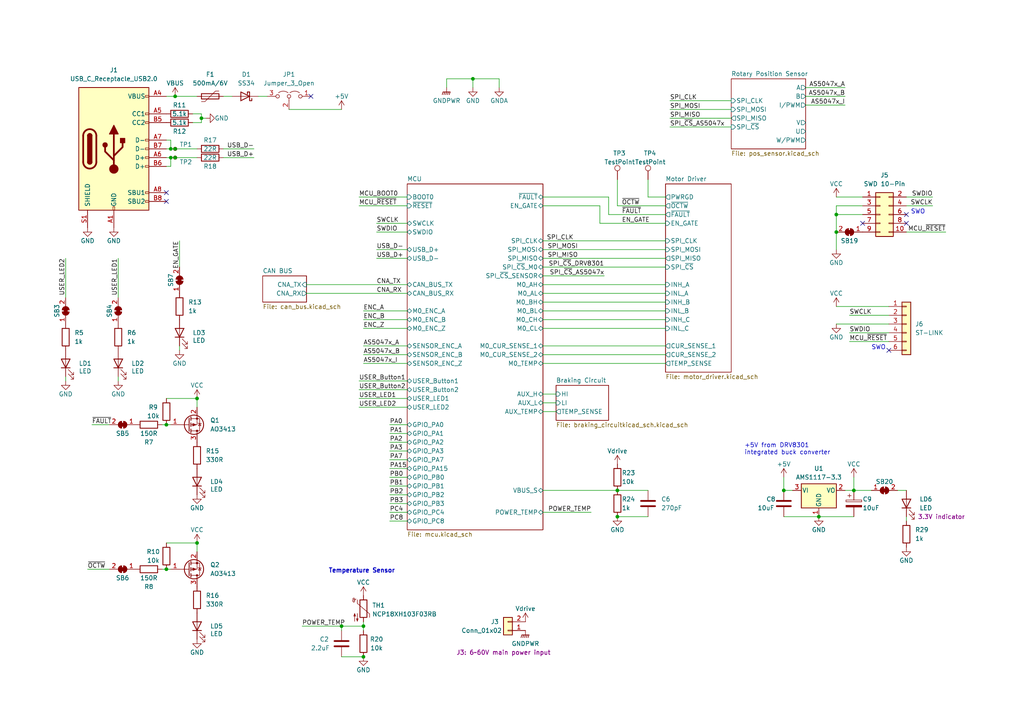
<source format=kicad_sch>
(kicad_sch (version 20211123) (generator eeschema)
  (paper "A4")
  (junction (at 153.67 269.24))
  (junction (at 237.49 149.86))
  (junction (at 82.55 269.24))
  (junction (at 179.07 142.24))
  (junction (at 209.55 240.03))
  (junction (at 50.8 43.18))
  (junction (at 120.65 269.24))
  (junction (at 90.17 269.24))
  (junction (at 139.7 220.98))
  (junction (at 201.93 226.06))
  (junction (at 113.03 269.24))
  (junction (at 227.33 142.24))
  (junction (at 50.8 45.72))
  (junction (at 242.57 62.23))
  (junction (at 99.06 269.24))
  (junction (at -63.5 179.07))
  (junction (at -11.43 176.53))
  (junction (at 58.42 34.29))
  (junction (at 184.15 269.24))
  (junction (at 129.54 269.24))
  (junction (at -38.1 179.07))
  (junction (at 48.26 123.19))
  (junction (at 99.06 181.61))
  (junction (at 162.56 269.24))
  (junction (at 67.31 269.24))
  (junction (at 193.04 269.24))
  (junction (at -104.14 179.07))
  (junction (at 49.53 45.72))
  (junction (at 48.26 165.1))
  (junction (at 50.8 269.24))
  (junction (at 57.15 115.57))
  (junction (at 146.05 269.24))
  (junction (at 105.41 181.61))
  (junction (at 179.07 149.86))
  (junction (at 58.42 269.24))
  (junction (at 242.57 67.31))
  (junction (at 176.53 269.24))
  (junction (at 105.41 190.5))
  (junction (at 194.31 234.95))
  (junction (at 50.8 27.94))
  (junction (at 201.93 237.49))
  (junction (at 57.15 157.48))
  (junction (at 137.16 22.86))
  (junction (at 247.65 142.24))
  (junction (at 49.53 43.18))
  (no_connect (at 48.26 58.42))
  (no_connect (at 48.26 55.88))
  (no_connect (at 262.89 64.77))
  (no_connect (at 262.89 62.23))
  (no_connect (at 90.17 27.94))
  (no_connect (at 250.19 64.77))
  (no_connect (at 257.81 101.6))
  (wire (pts (xy 58.42 35.56) (xy 58.42 34.29)))
  (wire (pts (xy 50.8 45.72) (xy 57.15 45.72)))
  (wire (pts (xy 52.07 69.85) (xy 52.07 77.47)))
  (wire (pts (xy 144.78 22.86) (xy 144.78 25.4)))
  (wire (pts (xy 113.03 265.43) (xy 113.03 269.24)))
  (wire (pts (xy 227.33 138.43) (xy 227.33 142.24)))
  (wire (pts (xy 157.48 69.85) (xy 193.04 69.85)))
  (wire (pts (xy 105.41 95.25) (xy 118.11 95.25)))
  (wire (pts (xy 113.03 133.35) (xy 118.11 133.35)))
  (wire (pts (xy 110.49 228.6) (xy 127 228.6)))
  (wire (pts (xy 90.17 269.24) (xy 99.06 269.24)))
  (wire (pts (xy 185.42 237.49) (xy 201.93 237.49)))
  (wire (pts (xy 248.92 266.7) (xy 264.16 266.7)))
  (wire (pts (xy 110.49 231.14) (xy 127 231.14)))
  (wire (pts (xy 58.42 33.02) (xy 55.88 33.02)))
  (wire (pts (xy 250.19 288.29) (xy 260.35 288.29)))
  (wire (pts (xy 88.9 85.09) (xy 118.11 85.09)))
  (wire (pts (xy 237.49 149.86) (xy 247.65 149.86)))
  (wire (pts (xy 157.48 92.71) (xy 193.04 92.71)))
  (wire (pts (xy 99.06 190.5) (xy 105.41 190.5)))
  (wire (pts (xy 157.48 95.25) (xy 193.04 95.25)))
  (wire (pts (xy 49.53 43.18) (xy 50.8 43.18)))
  (wire (pts (xy 113.03 146.05) (xy 118.11 146.05)))
  (wire (pts (xy 209.55 240.03) (xy 219.71 240.03)))
  (wire (pts (xy 157.48 116.84) (xy 161.29 116.84)))
  (wire (pts (xy 48.26 45.72) (xy 49.53 45.72)))
  (wire (pts (xy 194.31 226.06) (xy 201.93 226.06)))
  (wire (pts (xy 177.8 269.24) (xy 176.53 269.24)))
  (wire (pts (xy 179.07 149.86) (xy 187.96 149.86)))
  (wire (pts (xy 59.69 34.29) (xy 58.42 34.29)))
  (wire (pts (xy 104.14 118.11) (xy 118.11 118.11)))
  (wire (pts (xy 113.03 130.81) (xy 118.11 130.81)))
  (wire (pts (xy 139.7 231.14) (xy 158.75 231.14)))
  (wire (pts (xy 119.38 269.24) (xy 120.65 269.24)))
  (wire (pts (xy 57.15 157.48) (xy 48.26 157.48)))
  (wire (pts (xy 152.4 269.24) (xy 153.67 269.24)))
  (wire (pts (xy -87.63 179.07) (xy -74.93 179.07)))
  (wire (pts (xy 48.26 165.1) (xy 49.53 165.1)))
  (wire (pts (xy 184.15 265.43) (xy 184.15 269.24)))
  (wire (pts (xy 104.14 57.15) (xy 118.11 57.15)))
  (wire (pts (xy 233.68 30.48) (xy 245.11 30.48)))
  (wire (pts (xy 104.14 110.49) (xy 118.11 110.49)))
  (wire (pts (xy 227.33 149.86) (xy 237.49 149.86)))
  (wire (pts (xy 113.03 128.27) (xy 118.11 128.27)))
  (wire (pts (xy 120.65 265.43) (xy 120.65 269.24)))
  (wire (pts (xy -50.8 179.07) (xy -38.1 179.07)))
  (wire (pts (xy 48.26 48.26) (xy 49.53 48.26)))
  (wire (pts (xy 34.29 74.93) (xy 34.29 86.36)))
  (wire (pts (xy 50.8 27.94) (xy 57.15 27.94)))
  (wire (pts (xy 157.48 72.39) (xy 193.04 72.39)))
  (wire (pts (xy 170.18 269.24) (xy 176.53 269.24)))
  (wire (pts (xy 82.55 265.43) (xy 82.55 269.24)))
  (wire (pts (xy 201.93 226.06) (xy 209.55 226.06)))
  (wire (pts (xy 179.07 59.69) (xy 179.07 52.07)))
  (wire (pts (xy 146.05 265.43) (xy 146.05 269.24)))
  (wire (pts (xy 26.67 123.19) (xy 31.75 123.19)))
  (wire (pts (xy 246.38 96.52) (xy 257.81 96.52)))
  (wire (pts (xy 246.38 91.44) (xy 257.81 91.44)))
  (wire (pts (xy 242.57 57.15) (xy 250.19 57.15)))
  (wire (pts (xy 247.65 138.43) (xy 247.65 142.24)))
  (wire (pts (xy 48.26 40.64) (xy 49.53 40.64)))
  (wire (pts (xy 157.48 90.17) (xy 193.04 90.17)))
  (wire (pts (xy 153.67 269.24) (xy 162.56 269.24)))
  (wire (pts (xy 157.48 148.59) (xy 171.45 148.59)))
  (wire (pts (xy 73.66 43.18) (xy 64.77 43.18)))
  (wire (pts (xy 157.48 100.33) (xy 193.04 100.33)))
  (wire (pts (xy 233.68 27.94) (xy 245.11 27.94)))
  (wire (pts (xy 157.48 119.38) (xy 161.29 119.38)))
  (wire (pts (xy 245.11 142.24) (xy 247.65 142.24)))
  (wire (pts (xy 182.88 269.24) (xy 184.15 269.24)))
  (wire (pts (xy 157.48 57.15) (xy 176.53 57.15)))
  (wire (pts (xy 247.65 241.3) (xy 264.16 241.3)))
  (wire (pts (xy 176.53 265.43) (xy 176.53 269.24)))
  (wire (pts (xy 129.54 269.24) (xy 133.35 269.24)))
  (wire (pts (xy 105.41 181.61) (xy 105.41 182.88)))
  (wire (pts (xy 57.15 115.57) (xy 57.15 118.11)))
  (wire (pts (xy 184.15 269.24) (xy 193.04 269.24)))
  (wire (pts (xy 44.45 269.24) (xy 50.8 269.24)))
  (wire (pts (xy 242.57 72.39) (xy 242.57 67.31)))
  (wire (pts (xy 260.35 142.24) (xy 262.89 142.24)))
  (wire (pts (xy 194.31 34.29) (xy 212.09 34.29)))
  (wire (pts (xy 242.57 62.23) (xy 250.19 62.23)))
  (wire (pts (xy 50.8 27.94) (xy 48.26 27.94)))
  (wire (pts (xy 113.03 138.43) (xy 118.11 138.43)))
  (wire (pts (xy -106.68 179.07) (xy -104.14 179.07)))
  (wire (pts (xy 113.03 143.51) (xy 118.11 143.51)))
  (wire (pts (xy 104.14 115.57) (xy 118.11 115.57)))
  (wire (pts (xy 99.06 31.75) (xy 83.82 31.75)))
  (wire (pts (xy 88.9 269.24) (xy 90.17 269.24)))
  (wire (pts (xy 242.57 62.23) (xy 242.57 59.69)))
  (wire (pts (xy 25.4 165.1) (xy 31.75 165.1)))
  (wire (pts (xy 46.99 123.19) (xy 48.26 123.19)))
  (wire (pts (xy 157.48 82.55) (xy 193.04 82.55)))
  (wire (pts (xy 99.06 181.61) (xy 105.41 181.61)))
  (wire (pts (xy 209.55 233.68) (xy 209.55 240.03)))
  (wire (pts (xy 233.68 25.4) (xy 245.11 25.4)))
  (wire (pts (xy 139.7 236.22) (xy 158.75 236.22)))
  (wire (pts (xy 185.42 234.95) (xy 194.31 234.95)))
  (wire (pts (xy 55.88 35.56) (xy 58.42 35.56)))
  (wire (pts (xy 264.16 238.76) (xy 247.65 238.76)))
  (wire (pts (xy 67.31 269.24) (xy 71.12 269.24)))
  (wire (pts (xy 34.29 109.22) (xy 34.29 110.49)))
  (wire (pts (xy 49.53 40.64) (xy 49.53 43.18)))
  (wire (pts (xy 129.54 22.86) (xy 137.16 22.86)))
  (wire (pts (xy 194.31 31.75) (xy 212.09 31.75)))
  (wire (pts (xy 57.15 115.57) (xy 48.26 115.57)))
  (wire (pts (xy 157.48 102.87) (xy 193.04 102.87)))
  (wire (pts (xy 99.06 269.24) (xy 102.87 269.24)))
  (wire (pts (xy 48.26 123.19) (xy 49.53 123.19)))
  (wire (pts (xy -67.31 179.07) (xy -63.5 179.07)))
  (wire (pts (xy 157.48 87.63) (xy 193.04 87.63)))
  (wire (pts (xy 187.96 57.15) (xy 187.96 52.07)))
  (wire (pts (xy 19.05 109.22) (xy 19.05 110.49)))
  (wire (pts (xy 113.03 125.73) (xy 118.11 125.73)))
  (wire (pts (xy 105.41 105.41) (xy 118.11 105.41)))
  (wire (pts (xy 58.42 265.43) (xy 58.42 269.24)))
  (wire (pts (xy 264.16 233.68) (xy 247.65 233.68)))
  (wire (pts (xy 137.16 22.86) (xy 137.16 25.4)))
  (wire (pts (xy 129.54 22.86) (xy 129.54 25.4)))
  (wire (pts (xy 120.65 269.24) (xy 129.54 269.24)))
  (wire (pts (xy -25.4 176.53) (xy -11.43 176.53)))
  (wire (pts (xy 194.31 29.21) (xy 212.09 29.21)))
  (wire (pts (xy 157.48 114.3) (xy 161.29 114.3)))
  (wire (pts (xy 105.41 102.87) (xy 118.11 102.87)))
  (wire (pts (xy 262.89 149.86) (xy 262.89 151.13)))
  (wire (pts (xy 176.53 57.15) (xy 176.53 62.23)))
  (wire (pts (xy 58.42 34.29) (xy 58.42 33.02)))
  (wire (pts (xy 194.31 234.95) (xy 219.71 234.95)))
  (wire (pts (xy 242.57 59.69) (xy 250.19 59.69)))
  (wire (pts (xy 264.16 227.33) (xy 264.16 231.14)))
  (wire (pts (xy 110.49 241.3) (xy 127 241.3)))
  (wire (pts (xy 270.51 59.69) (xy 262.89 59.69)))
  (wire (pts (xy 110.49 223.52) (xy 127 223.52)))
  (wire (pts (xy 194.31 233.68) (xy 194.31 234.95)))
  (wire (pts (xy 250.19 290.83) (xy 260.35 290.83)))
  (wire (pts (xy 176.53 62.23) (xy 193.04 62.23)))
  (wire (pts (xy 157.48 105.41) (xy 193.04 105.41)))
  (wire (pts (xy 157.48 59.69) (xy 173.99 59.69)))
  (wire (pts (xy 248.92 264.16) (xy 264.16 264.16)))
  (wire (pts (xy 50.8 265.43) (xy 50.8 269.24)))
  (wire (pts (xy 274.32 67.31) (xy 262.89 67.31)))
  (wire (pts (xy 99.06 181.61) (xy 99.06 182.88)))
  (wire (pts (xy 247.65 142.24) (xy 252.73 142.24)))
  (wire (pts (xy 185.42 240.03) (xy 209.55 240.03)))
  (wire (pts (xy 193.04 269.24) (xy 196.85 269.24)))
  (wire (pts (xy 113.03 151.13) (xy 118.11 151.13)))
  (wire (pts (xy 114.3 269.24) (xy 113.03 269.24)))
  (wire (pts (xy 77.47 27.94) (xy 74.93 27.94)))
  (wire (pts (xy 139.7 220.98) (xy 139.7 223.52)))
  (wire (pts (xy 270.51 57.15) (xy 262.89 57.15)))
  (wire (pts (xy 248.92 259.08) (xy 264.16 259.08)))
  (wire (pts (xy 157.48 142.24) (xy 179.07 142.24)))
  (wire (pts (xy 113.03 135.89) (xy 118.11 135.89)))
  (wire (pts (xy 113.03 123.19) (xy 118.11 123.19)))
  (wire (pts (xy 57.15 269.24) (xy 58.42 269.24)))
  (wire (pts (xy 19.05 74.93) (xy 19.05 86.36)))
  (wire (pts (xy 105.41 92.71) (xy 118.11 92.71)))
  (wire (pts (xy 194.31 36.83) (xy 212.09 36.83)))
  (wire (pts (xy 106.68 269.24) (xy 113.03 269.24)))
  (wire (pts (xy 157.48 77.47) (xy 193.04 77.47)))
  (wire (pts (xy 201.93 233.68) (xy 201.93 237.49)))
  (wire (pts (xy 109.22 64.77) (xy 118.11 64.77)))
  (wire (pts (xy 109.22 74.93) (xy 118.11 74.93)))
  (wire (pts (xy 242.57 88.9) (xy 257.81 88.9)))
  (wire (pts (xy 157.48 74.93) (xy 193.04 74.93)))
  (wire (pts (xy 49.53 45.72) (xy 50.8 45.72)))
  (wire (pts (xy 139.7 241.3) (xy 158.75 241.3)))
  (wire (pts (xy 90.17 265.43) (xy 90.17 269.24)))
  (wire (pts (xy 110.49 236.22) (xy 127 236.22)))
  (wire (pts (xy 187.96 57.15) (xy 193.04 57.15)))
  (wire (pts (xy 104.14 113.03) (xy 118.11 113.03)))
  (wire (pts (xy 153.67 265.43) (xy 153.67 269.24)))
  (wire (pts (xy 46.99 165.1) (xy 48.26 165.1)))
  (wire (pts (xy 227.33 142.24) (xy 229.87 142.24)))
  (wire (pts (xy 49.53 45.72) (xy 49.53 48.26)))
  (wire (pts (xy 110.49 233.68) (xy 127 233.68)))
  (wire (pts (xy 242.57 93.98) (xy 257.81 93.98)))
  (wire (pts (xy 139.7 269.24) (xy 146.05 269.24)))
  (wire (pts (xy 88.9 82.55) (xy 118.11 82.55)))
  (wire (pts (xy 76.2 269.24) (xy 82.55 269.24)))
  (wire (pts (xy 105.41 181.61) (xy 105.41 180.34)))
  (wire (pts (xy 109.22 72.39) (xy 118.11 72.39)))
  (wire (pts (xy 201.93 237.49) (xy 219.71 237.49)))
  (wire (pts (xy 201.93 224.79) (xy 201.93 226.06)))
  (wire (pts (xy 157.48 85.09) (xy 193.04 85.09)))
  (wire (pts (xy 73.66 45.72) (xy 64.77 45.72)))
  (wire (pts (xy 246.38 99.06) (xy 257.81 99.06)))
  (wire (pts (xy 162.56 269.24) (xy 166.37 269.24)))
  (wire (pts (xy 113.03 148.59) (xy 118.11 148.59)))
  (wire (pts (xy 248.92 269.24) (xy 264.16 269.24)))
  (wire (pts (xy 139.7 233.68) (xy 158.75 233.68)))
  (wire (pts (xy 113.03 140.97) (xy 118.11 140.97)))
  (wire (pts (xy 57.15 157.48) (xy 57.15 160.02)))
  (wire (pts (xy 52.07 100.33) (xy 52.07 101.6)))
  (wire (pts (xy 50.8 43.18) (xy 57.15 43.18)))
  (wire (pts (xy 104.14 59.69) (xy 118.11 59.69)))
  (wire (pts (xy 105.41 90.17) (xy 118.11 90.17)))
  (wire (pts (xy 179.07 59.69) (xy 193.04 59.69)))
  (wire (pts (xy 58.42 269.24) (xy 67.31 269.24)))
  (wire (pts (xy 139.7 238.76) (xy 158.75 238.76)))
  (wire (pts (xy 157.48 80.01) (xy 175.26 80.01)))
  (wire (pts (xy 137.16 22.86) (xy 144.78 22.86)))
  (wire (pts (xy 64.77 27.94) (xy 67.31 27.94)))
  (wire (pts (xy 139.7 228.6) (xy 158.75 228.6)))
  (wire (pts (xy 264.16 236.22) (xy 247.65 236.22)))
  (wire (pts (xy 173.99 59.69) (xy 173.99 64.77)))
  (wire (pts (xy 242.57 67.31) (xy 242.57 62.23)))
  (wire (pts (xy 105.41 100.33) (xy 118.11 100.33)))
  (wire (pts (xy 173.99 64.77) (xy 193.04 64.77)))
  (wire (pts (xy -129.54 179.07) (xy -114.3 179.07)))
  (wire (pts (xy 219.71 228.6) (xy 219.71 232.41)))
  (wire (pts (xy 179.07 142.24) (xy 187.96 142.24)))
  (wire (pts (xy 48.26 43.18) (xy 49.53 43.18)))
  (wire (pts (xy 109.22 67.31) (xy 118.11 67.31)))
  (wire (pts (xy 87.63 181.61) (xy 99.06 181.61)))
  (wire (pts (xy 147.32 269.24) (xy 146.05 269.24)))
  (wire (pts (xy 110.49 238.76) (xy 127 238.76)))
  (wire (pts (xy 83.82 269.24) (xy 82.55 269.24)))
  (wire (pts (xy 248.92 261.62) (xy 264.16 261.62)))
  (wire (pts (xy 52.07 269.24) (xy 50.8 269.24)))
  (text "Temperature Sensor" (at 95.25 166.37 0) (effects (font (size 1.27 1.27) (thickness 0.254) bold) (justify left bottom)))
  (text "SWO" (at 264.16 62.23 0) (effects (font (size 1.27 1.27)) (justify left bottom)))
  (text "SWO" (at 252.73 101.6 0) (effects (font (size 1.27 1.27)) (justify left bottom)))
  (text "+5V from DRV8301\nintegrated buck converter" (at 215.9 132.08 0) (effects (font (size 1.27 1.27)) (justify left bottom)))
  (label "SPI_~{CS}_AS5047x" (at 247.65 241.3 0))
  (label "MCU_~{RESET}" (at 246.38 99.06 0))
  (label "SWCLK" (at 246.38 91.44 0))
  (label "EN_GATE" (at 180.34 64.77 0))
  (label "MCU_~{RESET}" (at 104.14 59.69 0))
  (label "PA1_CONN" (at 102.87 269.24 180))
  (label "PA7" (at 113.03 133.35 0))
  (label "PC4" (at 113.03 148.59 0))
  (label "PB2" (at 139.7 269.24 0))
  (label "SPI_CLK" (at 166.37 69.85 180))
  (label "SWDIO" (at 109.22 67.31 0))
  (label "AS5047x_B" (at 248.92 261.62 0))
  (label "PA1_CONN" (at 250.19 288.29 0))
  (label "SWCLK" (at 270.51 59.69 180))
  (label "PA0" (at 44.45 269.24 0))
  (label "USB_D+" (at 73.66 45.72 180))
  (label "USER_Button1" (at 248.92 266.7 0))
  (label "~{FAULT}" (at 180.34 62.23 0))
  (label "ENC_Z" (at 105.41 95.25 0))
  (label "PA2" (at 110.49 231.14 0))
  (label "MCU_BOOT0" (at 104.14 57.15 0))
  (label "SPI_MOSI" (at 167.64 72.39 180))
  (label "SWDIO" (at 246.38 96.52 0))
  (label "AS5047x_A" (at 248.92 259.08 0))
  (label "USER_Button2" (at 104.14 113.03 0))
  (label "PB3_CONN" (at 158.75 238.76 180))
  (label "PB3_CONN" (at 196.85 269.24 180))
  (label "ENC_B" (at 105.41 92.71 0))
  (label "ENC_B" (at 185.42 237.49 0))
  (label "PB2" (at 113.03 143.51 0))
  (label "PA15" (at 113.03 135.89 0))
  (label "USER_LED1" (at 34.29 74.93 270))
  (label "~{FAULT}" (at 26.67 123.19 0))
  (label "PB1" (at 158.75 236.22 180))
  (label "ENC_A" (at 105.41 90.17 0))
  (label "AS5047x_A" (at 245.11 25.4 180))
  (label "USB_D-" (at 73.66 43.18 180))
  (label "PB2_CONN" (at 166.37 269.24 180))
  (label "CNA_TX" (at 109.22 82.55 0))
  (label "CNA_RX" (at 109.22 85.09 0))
  (label "PA15_CONN" (at 158.75 233.68 180))
  (label "PC8" (at 158.75 241.3 180))
  (label "POWER_TEMP" (at 87.63 181.61 0))
  (label "USER_Button2" (at -129.54 179.07 0))
  (label "AS5047x_B" (at 245.11 27.94 180))
  (label "PC4" (at 110.49 241.3 0))
  (label "SPI_MOSI" (at 194.31 31.75 0))
  (label "SWDIO" (at 270.51 57.15 180))
  (label "PA0_CONN" (at 71.12 269.24 180))
  (label "AS5047x_A" (at 105.41 100.33 0))
  (label "PA2" (at 113.03 128.27 0))
  (label "PB0" (at 113.03 138.43 0))
  (label "SPI_CLK" (at 247.65 233.68 0))
  (label "PA0_CONN" (at 250.19 290.83 0))
  (label "SPI_~{CS}_AS5047x" (at 175.26 80.01 180))
  (label "USER_LED2" (at 104.14 118.11 0))
  (label "PB2_CONN" (at 110.49 238.76 0))
  (label "PA1" (at 76.2 269.24 0))
  (label "AS5047x_B" (at 105.41 102.87 0))
  (label "PB1" (at 113.03 140.97 0))
  (label "USER_Button1" (at 104.14 110.49 0))
  (label "SPI_MISO" (at 167.64 74.93 180))
  (label "MCU_~{RESET}" (at -25.4 176.53 0))
  (label "SWCLK" (at 109.22 64.77 0))
  (label "PA15" (at 106.68 269.24 0))
  (label "PA1_CONN" (at 158.75 228.6 180))
  (label "AS5047x_I" (at 248.92 264.16 0))
  (label "PA15_CONN" (at 133.35 269.24 180))
  (label "ENC_Z" (at 185.42 240.03 0))
  (label "EN_GATE" (at 52.07 69.85 270))
  (label "PA1" (at 113.03 125.73 0))
  (label "POWER_TEMP" (at 171.45 148.59 180))
  (label "PB3" (at 113.03 146.05 0))
  (label "PA7" (at 110.49 233.68 0))
  (label "~{OCTW}" (at 25.4 165.1 0))
  (label "~{OCTW}" (at 180.34 59.69 0))
  (label "USB_D-" (at 109.22 72.39 0))
  (label "SPI_~{CS}_AS5047x" (at 194.31 36.83 0))
  (label "PC8" (at 113.03 151.13 0))
  (label "MCU_~{RESET}" (at 110.49 223.52 0))
  (label "PA3" (at 158.75 231.14 180))
  (label "SPI_MISO" (at 194.31 34.29 0))
  (label "PB3" (at 170.18 269.24 0))
  (label "ENC_A" (at 185.42 234.95 0))
  (label "PA3" (at 113.03 130.81 0))
  (label "MCU_~{RESET}" (at 274.32 67.31 180))
  (label "PA0_CONN" (at 110.49 228.6 0))
  (label "USER_Button2" (at 248.92 269.24 0))
  (label "SPI_~{CS}_DRV8301" (at 175.26 77.47 180))
  (label "SPI_MOSI" (at 247.65 236.22 0))
  (label "USB_D+" (at 109.22 74.93 0))
  (label "PA0" (at 113.03 123.19 0))
  (label "SPI_CLK" (at 194.31 29.21 0))
  (label "MCU_BOOT0" (at -50.8 179.07 0))
  (label "USER_LED1" (at 104.14 115.57 0))
  (label "PB0" (at 110.49 236.22 0))
  (label "AS5047x_I" (at 105.41 105.41 0))
  (label "USER_LED2" (at 19.05 74.93 270))
  (label "USER_Button1" (at -87.63 179.07 0))
  (label "AS5047x_I" (at 245.11 30.48 180))
  (label "SPI_MISO" (at 247.65 238.76 0))
  (symbol (lib_id "power:GNDPWR") (at 129.54 25.4 0) (unit 1)
    (property "Reference" "#PWR028" (effects hide))
    (property "Value" "GNDPWR" (at 129.54 29.21 0))
  )
  (symbol (lib_id "Device:R") (at 57.15 132.08 0) (unit 1)
    (property "Reference" "R15" (at 59.69 130.81 0) (effects (justify left)))
    (property "Value" "330R" (at 59.69 133.35 0) (effects (justify left)))
    (property "Footprint" "Resistor_SMD:R_0402_1005Metric" (effects hide))
  )
  (symbol (lib_id "power:GND") (at 129.54 281.94 0) (unit 1)
    (property "Reference" "#PWR029" (effects hide))
    (property "Value" "GND" (at 129.54 285.75 0))
  )
  (symbol (lib_id "Device:R") (at 201.93 229.87 0) (unit 1)
    (property "Reference" "R27" (at 203.2 228.6 0) (effects (justify left)))
    (property "Value" "3.3k" (at 203.2 231.14 0) (effects (justify left)))
    (property "Footprint" "Resistor_SMD:R_0402_1005Metric" (effects hide))
    (property "JLCPCB Part #" "C25890" (effects hide))
    (property "MFR.Part #" "0402WGF3301TCE" (effects hide))
  )
  (symbol (lib_id "Device:R_Small") (at 180.34 269.24 270) (unit 1)
    (property "Reference" "R25" (at 180.34 274.32 90))
    (property "Value" "3.3k" (at 180.34 271.78 90))
    (property "Footprint" "Resistor_SMD:R_0402_1005Metric" (effects hide))
    (property "JLCPCB Part #" "C25890" (effects hide))
    (property "MFR.Part #" "0402WGF3301TCE" (effects hide))
  )
  (symbol (lib_id "power:GND") (at 179.07 149.86 0) (unit 1)
    (property "Reference" "#PWR039" (effects hide))
    (property "Value" "GND" (at 179.07 153.67 0))
  )
  (symbol (lib_id "power:GND") (at -11.43 186.69 0) (unit 1)
    (property "Reference" "#PWR08" (effects hide))
    (property "Value" "GND" (at -11.43 190.5 0))
  )
  (symbol (lib_id "power:VCC") (at 273.05 288.29 0) (unit 1)
    (property "Reference" "#PWR057" (effects hide))
    (property "Value" "VCC" (at 273.05 284.48 0))
  )
  (symbol (lib_id "Jumper:SolderJumper_2_Bridged") (at 99.06 273.05 90) (unit 1) (in_bom no)
    (property "Reference" "SB11" (at 96.52 273.05 0))
    (property "Value" "SolderJumper_2_Bridged" (effects hide))
    (property "Footprint" "Jumper:SolderJumper-2_P1.3mm_Bridged_RoundedPad1.0x1.5mm" (effects hide))
  )
  (symbol (lib_id "power:VCC") (at -38.1 168.91 0) (unit 1)
    (property "Reference" "#PWR05" (effects hide))
    (property "Value" "VCC" (at -38.1 165.1 0))
  )
  (symbol (lib_id "Device:LED") (at 262.89 146.05 90) (unit 1)
    (property "Reference" "LD6" (at 266.7 144.78 90) (effects (justify right)))
    (property "Value" "LED" (at 266.7 147.32 90) (effects (justify right)))
    (property "Footprint" "LED_SMD:LED_0603_1608Metric" (effects hide))
    (property "Note" "3.3V indicator" (at 273.05 149.86 90))
  )
  (symbol (lib_id "Device:R") (at 209.55 229.87 0) (unit 1)
    (property "Reference" "R28" (at 210.82 228.6 0) (effects (justify left)))
    (property "Value" "3.3k" (at 210.82 231.14 0) (effects (justify left)))
    (property "Footprint" "Resistor_SMD:R_0402_1005Metric" (effects hide))
    (property "JLCPCB Part #" "C25890" (effects hide))
    (property "MFR.Part #" "0402WGF3301TCE" (effects hide))
  )
  (symbol (lib_id "power:VCC") (at -104.14 168.91 0) (unit 1)
    (property "Reference" "#PWR01" (effects hide))
    (property "Value" "VCC" (at -104.14 165.1 0))
  )
  (symbol (lib_id "Device:R") (at 52.07 33.02 90) (unit 1)
    (property "Reference" "R11" (at 52.07 30.48 90))
    (property "Value" "5.1k" (at 52.07 33.02 90))
    (property "Footprint" "Resistor_SMD:R_0402_1005Metric" (effects hide))
    (property "JLCPCB Part #" "C25905" (effects hide))
    (property "MFR.Part #" "0402WGF5101TCE" (effects hide))
  )
  (symbol (lib_id "Device:R") (at 262.89 154.94 0) (unit 1)
    (property "Reference" "R29" (at 265.43 153.6699 0) (effects (justify left)))
    (property "Value" "1k" (at 265.43 156.2099 0) (effects (justify left)))
    (property "Footprint" "Resistor_SMD:R_0402_1005Metric" (effects hide))
    (property "JLCPCB Part #" "C11702" (effects hide))
    (property "MFR.Part #" "0402WGF1001TCE" (effects hide))
  )
  (symbol (lib_id "power:VCC") (at 201.93 224.79 0) (unit 1)
    (property "Reference" "#PWR041" (effects hide))
    (property "Value" "VCC" (at 201.93 220.98 0))
  )
  (symbol (lib_id "Switch:SW_Push") (at -11.43 181.61 90) (unit 1)
    (property "Reference" "SW4" (at -10.16 180.3399 90) (effects (justify right)))
    (property "Value" "SW_Push" (at -10.16 182.8799 90) (effects (justify right)))
    (property "Footprint" "Button_Switch_SMD:SW_SPST_CK_RS282G05A3" (effects hide))
  )
  (symbol (lib_id "Switch:SW_Push") (at -63.5 173.99 90) (unit 1)
    (property "Reference" "SW2" (at -62.23 172.7199 90) (effects (justify right)))
    (property "Value" "SW_Push" (at -62.23 175.2599 90) (effects (justify right)))
    (property "Footprint" "Button_Switch_SMD:SW_SPST_CK_RS282G05A3" (effects hide))
  )
  (symbol (lib_id "Jumper:SolderJumper_2_Bridged") (at 19.05 90.17 90) (unit 1) (in_bom no)
    (property "Reference" "SB3" (at 16.51 90.17 0))
    (property "Value" "SolderJumper_2_Bridged" (effects hide))
    (property "Footprint" "Jumper:SolderJumper-2_P1.3mm_Bridged_RoundedPad1.0x1.5mm" (effects hide))
  )
  (symbol (lib_id "Switch:SW_Push") (at -38.1 173.99 90) (unit 1)
    (property "Reference" "SW3" (at -36.83 172.7199 90) (effects (justify right)))
    (property "Value" "SW_Push" (at -36.83 175.2599 90) (effects (justify right)))
    (property "Footprint" "Button_Switch_SMD:SW_SPST_CK_RS282G05A3" (effects hide))
  )
  (symbol (lib_id "Jumper:SolderJumper_2_Bridged") (at 129.54 273.05 90) (unit 1) (in_bom no)
    (property "Reference" "SB13" (at 127 273.05 0))
    (property "Value" "SolderJumper_2_Bridged" (effects hide))
    (property "Footprint" "Jumper:SolderJumper-2_P1.3mm_Bridged_RoundedPad1.0x1.5mm" (effects hide))
  )
  (symbol (lib_id "Device:R") (at 52.07 35.56 90) (unit 1)
    (property "Reference" "R12" (at 52.07 38.1 90))
    (property "Value" "5.1k" (at 52.07 35.56 90))
    (property "Footprint" "Resistor_SMD:R_0402_1005Metric" (effects hide))
    (property "JLCPCB Part #" "C25905" (effects hide))
    (property "MFR.Part #" "0402WGF5101TCE" (effects hide))
  )
  (symbol (lib_id "Device:R") (at 52.07 88.9 0) (unit 1)
    (property "Reference" "R13" (at 54.61 87.63 0) (effects (justify left)))
    (property "Value" "1k" (at 54.61 90.17 0) (effects (justify left)))
    (property "Footprint" "Resistor_SMD:R_0402_1005Metric" (effects hide))
    (property "JLCPCB Part #" "C11702" (effects hide))
    (property "MFR.Part #" "0402WGF1001TCE" (effects hide))
  )
  (symbol (lib_id "Diode:MBR340") (at 71.12 27.94 180) (unit 1)
    (property "Reference" "D1" (at 71.4375 21.59 0))
    (property "Value" "SS34" (at 71.4375 24.13 0))
    (property "Footprint" "Diode_SMD:D_SMA" (effects hide))
    (property "JLCPCB Part #" "C8678" (effects hide))
    (property "MFR.Part #" "SS34" (effects hide))
  )
  (symbol (lib_id "power:GND") (at 99.06 281.94 0) (unit 1)
    (property "Reference" "#PWR022" (effects hide))
    (property "Value" "GND" (at 99.06 285.75 0))
  )
  (symbol (lib_id "Device:R") (at 48.26 119.38 180) (unit 1)
    (property "Reference" "R9" (at 44.45 118.11 0))
    (property "Value" "10k" (at 44.45 120.65 0))
    (property "Footprint" "Resistor_SMD:R_0402_1005Metric" (effects hide))
    (property "JLCPCB Part #" "C25744" (effects hide))
    (property "MFR.Part #" "0402WGF1002TCE" (effects hide))
  )
  (symbol (lib_id "Connector_Generic:Conn_02x02_Odd_Even") (at 265.43 288.29 0) (unit 1)
    (property "Reference" "J7" (at 266.7 285.75 0))
    (property "Value" "Conn_02x02_Odd_Even" (effects hide))
    (property "Footprint" "Connector_PinHeader_2.54mm:PinHeader_2x02_P2.54mm_Horizontal" (effects hide))
  )
  (symbol (lib_id "Device:C_Small") (at 99.06 279.4 0) (unit 1)
    (property "Reference" "C3" (at 101.6 278.1362 0) (effects (justify left)))
    (property "Value" "82pF" (at 101.6 280.6762 0) (effects (justify left)))
    (property "Footprint" "Capacitor_SMD:C_0402_1005Metric" (effects hide))
    (property "JLCPCB Part #" "C107011" (effects hide))
    (property "MFR.Part #" "CC0402JRNPO9BN820" (effects hide))
  )
  (symbol (lib_id "Device:R_Small") (at 86.36 269.24 270) (unit 1)
    (property "Reference" "R19" (at 86.36 274.32 90))
    (property "Value" "3.3k" (at 86.36 271.78 90))
    (property "Footprint" "Resistor_SMD:R_0402_1005Metric" (effects hide))
    (property "JLCPCB Part #" "C25890" (effects hide))
    (property "MFR.Part #" "0402WGF3301TCE" (effects hide))
  )
  (symbol (lib_id "power:GND") (at 139.7 243.84 0) (unit 1)
    (property "Reference" "#PWR033" (effects hide))
    (property "Value" "GND" (at 139.7 247.65 0))
  )
  (symbol (lib_id "power:GND") (at 273.05 290.83 0) (unit 1)
    (property "Reference" "#PWR058" (effects hide))
    (property "Value" "GND" (at 273.05 294.64 0))
  )
  (symbol (lib_id "Jumper:SolderJumper_3_Bridged12") (at 219.71 224.79 0) (unit 1) (in_bom no)
    (property "Reference" "SB18" (at 218.44 222.25 0) (effects (justify left)))
    (property "Value" "SolderJumper_3_Bridged12" (effects hide))
    (property "Footprint" "Jumper:SolderJumper-3_P1.3mm_Bridged12_RoundedPad1.0x1.5mm_NumberLabels" (effects hide))
  )
  (symbol (lib_id "Device:R") (at 43.18 165.1 270) (unit 1)
    (property "Reference" "R8" (at 43.18 170.18 90))
    (property "Value" "150R" (at 43.18 167.64 90))
    (property "Footprint" "Resistor_SMD:R_0402_1005Metric" (effects hide))
    (property "JLCPCB Part #" "C25082" (effects hide))
    (property "MFR.Part #" "0402WGF1500TCE" (effects hide))
  )
  (symbol (lib_id "Connector:TestPoint") (at 179.07 52.07 0) (unit 1) (in_bom no)
    (property "Reference" "TP3" (at 177.8 44.45 0) (effects (justify left)))
    (property "Value" "TestPoint" (at 175.26 46.99 0) (effects (justify left)))
    (property "Footprint" "TestPoint:TestPoint_Pad_D2.0mm" (effects hide))
  )
  (symbol (lib_id "power:GND") (at 105.41 190.5 0) (unit 1)
    (property "Reference" "#PWR024" (effects hide))
    (property "Value" "GND" (at 105.41 194.31 0))
  )
  (symbol (lib_id "power:GND") (at 137.16 25.4 0) (unit 1)
    (property "Reference" "#PWR030" (effects hide))
    (property "Value" "GND" (at 137.16 29.21 0))
  )
  (symbol (lib_id "power:GND") (at 67.31 281.94 0) (unit 1)
    (property "Reference" "#PWR020" (effects hide))
    (property "Value" "GND" (at 67.31 285.75 0))
  )
  (symbol (lib_id "Connector_Generic:Conn_02x05_Odd_Even") (at 255.27 62.23 0) (unit 1)
    (property "Reference" "J5" (at 256.54 50.8 0))
    (property "Value" "SWD 10-Pin" (at 256.54 53.34 0))
    (property "Footprint" "Connector_PinHeader_1.27mm:PinHeader_2x05_P1.27mm_Vertical_SMD" (effects hide))
  )
  (symbol (lib_id "Regulator_Linear:AMS1117-3.3") (at 237.49 142.24 0) (unit 1)
    (property "Reference" "U1" (at 237.49 135.89 0))
    (property "Value" "AMS1117-3.3" (at 237.49 138.43 0))
    (property "Footprint" "Package_TO_SOT_SMD:SOT-223-3_TabPin2" (effects hide))
    (property "Datasheet" "http://www.advanced-monolithic.com/pdf/ds1117.pdf" (effects hide))
    (property "JLCPCB Part #" "C6186" (effects hide))
    (property "MFR.Part #" "AMS1117-3.3" (effects hide))
  )
  (symbol (lib_id "Device:LED") (at 19.05 105.41 90) (unit 1)
    (property "Reference" "LD1" (at 22.86 105.41 90) (effects (justify right)))
    (property "Value" "LED" (at 22.86 107.6326 90) (effects (justify right)))
    (property "Footprint" "LED_SMD:LED_0603_1608Metric" (effects hide))
  )
  (symbol (lib_id "Device:R_Small") (at 116.84 269.24 270) (unit 1)
    (property "Reference" "R21" (at 116.84 274.32 90))
    (property "Value" "3.3k" (at 116.84 271.78 90))
    (property "Footprint" "Resistor_SMD:R_0402_1005Metric" (effects hide))
    (property "JLCPCB Part #" "C25890" (effects hide))
    (property "MFR.Part #" "0402WGF3301TCE" (effects hide))
  )
  (symbol (lib_id "Device:R") (at -63.5 182.88 0) (unit 1)
    (property "Reference" "R2" (at -60.96 181.6099 0) (effects (justify left)))
    (property "Value" "10k" (at -60.96 184.1499 0) (effects (justify left)))
    (property "Footprint" "Resistor_SMD:R_0402_1005Metric" (effects hide))
    (property "JLCPCB Part #" "C25744" (effects hide))
    (property "MFR.Part #" "0402WGF1002TCE" (effects hide))
  )
  (symbol (lib_id "Jumper:SolderJumper_2_Bridged") (at 162.56 273.05 90) (unit 1) (in_bom no)
    (property "Reference" "SB15" (at 160.02 273.05 0))
    (property "Value" "SolderJumper_2_Bridged" (effects hide))
    (property "Footprint" "Jumper:SolderJumper-2_P1.3mm_Bridged_RoundedPad1.0x1.5mm" (effects hide))
  )
  (symbol (lib_id "power:GND") (at 34.29 110.49 0) (unit 1)
    (property "Reference" "#PWR012" (effects hide))
    (property "Value" "GND" (at 34.29 114.3 0))
  )
  (symbol (lib_id "Device:R") (at 60.96 43.18 90) (unit 1)
    (property "Reference" "R17" (at 60.96 40.64 90))
    (property "Value" "22R" (at 60.96 43.18 90))
    (property "Footprint" "Resistor_SMD:R_0402_1005Metric" (effects hide))
    (property "JLCPCB Part #" "C25092" (effects hide))
    (property "MFR.Part #" "0402WGF220JTCE" (effects hide))
  )
  (symbol (lib_id "Device:R") (at 48.26 161.29 180) (unit 1)
    (property "Reference" "R10" (at 44.45 160.02 0))
    (property "Value" "10k" (at 44.45 162.56 0))
    (property "Footprint" "Resistor_SMD:R_0402_1005Metric" (effects hide))
    (property "JLCPCB Part #" "C25744" (effects hide))
    (property "MFR.Part #" "0402WGF1002TCE" (effects hide))
  )
  (symbol (lib_id "Jumper:SolderJumper_2_Bridged") (at 35.56 123.19 180) (unit 1) (in_bom no)
    (property "Reference" "SB5" (at 35.56 125.73 0))
    (property "Value" "SolderJumper_2_Bridged" (effects hide))
    (property "Footprint" "Jumper:SolderJumper-2_P1.3mm_Bridged_RoundedPad1.0x1.5mm" (effects hide))
  )
  (symbol (lib_id "power:Vdrive") (at 179.07 134.62 0) (unit 1)
    (property "Reference" "#PWR038" (effects hide))
    (property "Value" "Vdrive" (at 179.07 130.81 0))
  )
  (symbol (lib_id "Device:C_Small") (at 129.54 279.4 0) (unit 1)
    (property "Reference" "C4" (at 132.08 278.1362 0) (effects (justify left)))
    (property "Value" "82pF" (at 132.08 280.6762 0) (effects (justify left)))
    (property "Footprint" "Capacitor_SMD:C_0402_1005Metric" (effects hide))
    (property "JLCPCB Part #" "C107011" (effects hide))
    (property "MFR.Part #" "CC0402JRNPO9BN820" (effects hide))
  )
  (symbol (lib_id "power:+5V") (at 269.24 223.52 0) (unit 1)
    (property "Reference" "#PWR056" (effects hide))
    (property "Value" "+5V" (at 269.24 219.71 0))
  )
  (symbol (lib_id "Device:R") (at 105.41 186.69 180) (unit 1)
    (property "Reference" "R20" (at 109.22 185.42 0))
    (property "Value" "10k" (at 109.22 187.96 0))
    (property "Footprint" "Resistor_SMD:R_0402_1005Metric" (effects hide))
    (property "JLCPCB Part #" "C25744" (effects hide))
    (property "MFR.Part #" "0402WGF1002TCE" (effects hide))
  )
  (symbol (lib_id "Device:LED") (at 52.07 96.52 90) (unit 1)
    (property "Reference" "LD3" (at 55.88 96.52 90) (effects (justify right)))
    (property "Value" "LED" (at 55.88 98.7426 90) (effects (justify right)))
    (property "Footprint" "LED_SMD:LED_0603_1608Metric" (effects hide))
  )
  (symbol (lib_id "power:VCC") (at 57.15 157.48 0) (unit 1)
    (property "Reference" "#PWR017" (effects hide))
    (property "Value" "VCC" (at 57.15 153.67 0))
  )
  (symbol (lib_id "Connector_Generic:Conn_01x02") (at 147.32 182.88 180) (unit 1)
    (property "Reference" "J3" (at 143.51 180.34 0))
    (property "Value" "Conn_01x02" (at 139.7 182.88 0))
    (property "Footprint" "Connector_AMASS:AMASS_XT60-F_1x02_P7.20mm_Vertical" (effects hide))
    (property "Note" "${REFERENCE}: 6~60V main power input" (at 146.05 189.23 0))
  )
  (symbol (lib_id "Device:R") (at 57.15 173.99 0) (unit 1)
    (property "Reference" "R16" (at 59.69 172.72 0) (effects (justify left)))
    (property "Value" "330R" (at 59.69 175.26 0) (effects (justify left)))
    (property "Footprint" "Resistor_SMD:R_0402_1005Metric" (effects hide))
  )
  (symbol (lib_id "power:VCC") (at 242.57 88.9 0) (unit 1)
    (property "Reference" "#PWR049" (effects hide))
    (property "Value" "VCC" (at 242.57 85.09 0))
  )
  (symbol (lib_id "power:GNDPWR") (at 152.4 182.88 0) (unit 1)
    (property "Reference" "#PWR036" (effects hide))
    (property "Value" "GNDPWR" (at 152.4 186.69 0))
  )
  (symbol (lib_id "Mechanical:MountingHole_Pad") (at 236.22 321.31 0) (unit 1) (in_bom no)
    (property "Reference" "H2" (effects hide))
    (property "Value" "MountingHole_Pad" (effects hide))
    (property "Footprint" "MountingHole:MountingHole_3.2mm_M3_Pad_Via" (effects hide))
  )
  (symbol (lib_id "power:GND") (at 33.02 66.04 0) (unit 1)
    (property "Reference" "#PWR011" (effects hide))
    (property "Value" "GND" (at 33.02 69.85 0))
  )
  (symbol (lib_id "Jumper:SolderJumper_2_Open") (at 116.84 265.43 0) (unit 1) (in_bom no)
    (property "Reference" "SB12" (at 116.84 262.89 0))
    (property "Value" "SolderJumper_2_Open" (effects hide))
    (property "Footprint" "Jumper:SolderJumper-2_P1.3mm_Open_RoundedPad1.0x1.5mm" (effects hide))
  )
  (symbol (lib_id "Mechanical:MountingHole") (at 241.3 320.04 0) (unit 1) (in_bom no)
    (property "Reference" "H3" (effects hide))
    (property "Value" "MountingHole" (effects hide))
    (property "Footprint" "MountingHole:MountingHole_3.2mm_M3_ISO14580" (effects hide))
  )
  (symbol (lib_id "Jumper:SolderJumper_2_Open") (at 54.61 265.43 0) (unit 1) (in_bom no)
    (property "Reference" "SB8" (at 54.61 262.89 0))
    (property "Value" "SolderJumper_2_Open" (effects hide))
    (property "Footprint" "Jumper:SolderJumper-2_P1.3mm_Open_RoundedPad1.0x1.5mm" (effects hide))
  )
  (symbol (lib_id "power:VCC") (at 105.41 172.72 0) (unit 1)
    (property "Reference" "#PWR023" (effects hide))
    (property "Value" "VCC" (at 105.41 168.91 0))
  )
  (symbol (lib_id "power:GNDA") (at 144.78 25.4 0) (unit 1)
    (property "Reference" "#PWR034" (effects hide))
    (property "Value" "GNDA" (at 144.78 29.21 0))
  )
  (symbol (lib_id "Device:Polyfuse") (at 60.96 27.94 90) (unit 1)
    (property "Reference" "F1" (at 60.96 21.59 90))
    (property "Value" "500mA/6V" (at 60.96 24.13 90))
    (property "Footprint" "Fuse:Fuse_0805_2012Metric" (effects hide))
    (property "JLCPCB Part #" "C269104" (effects hide))
    (property "MFR.Part #" "SMD0805B050TF" (effects hide))
  )
  (symbol (lib_id "power:GND") (at 59.69 34.29 90) (unit 1)
    (property "Reference" "#PWR019" (effects hide))
    (property "Value" "GND" (at 62.23 34.29 90) (effects (justify right)))
  )
  (symbol (lib_id "power:GND") (at 242.57 72.39 0) (unit 1)
    (property "Reference" "#PWR048" (effects hide))
    (property "Value" "GND" (at 242.57 76.2 0))
  )
  (symbol (lib_id "Jumper:SolderJumper_2_Bridged") (at -71.12 179.07 0) (mirror y) (unit 1) (in_bom no)
    (property "Reference" "SB2" (at -71.12 176.53 0))
    (property "Value" "SolderJumper_2_Bridged" (effects hide))
    (property "Footprint" "Jumper:SolderJumper-2_P1.3mm_Bridged_RoundedPad1.0x1.5mm" (effects hide))
  )
  (symbol (lib_id "Device:LED") (at 34.29 105.41 90) (unit 1)
    (property "Reference" "LD2" (at 38.1 105.41 90) (effects (justify right)))
    (property "Value" "LED" (at 38.1 107.6326 90) (effects (justify right)))
    (property "Footprint" "LED_SMD:LED_0603_1608Metric" (effects hide))
  )
  (symbol (lib_id "Jumper:SolderJumper_2_Bridged") (at 34.29 90.17 90) (unit 1) (in_bom no)
    (property "Reference" "SB4" (at 31.75 90.17 0))
    (property "Value" "SolderJumper_2_Bridged" (effects hide))
    (property "Footprint" "Jumper:SolderJumper-2_P1.3mm_Bridged_RoundedPad1.0x1.5mm" (effects hide))
  )
  (symbol (lib_id "power:VCC") (at 242.57 57.15 0) (unit 1)
    (property "Reference" "#PWR047" (effects hide))
    (property "Value" "VCC" (at 242.57 53.34 0))
  )
  (symbol (lib_id "power:GND") (at 52.07 101.6 0) (unit 1)
    (property "Reference" "#PWR014" (effects hide))
    (property "Value" "GND" (at 52.07 105.41 0))
  )
  (symbol (lib_id "power:GND") (at 57.15 143.51 0) (unit 1)
    (property "Reference" "#PWR016" (effects hide))
    (property "Value" "GND" (at 57.15 147.32 0))
  )
  (symbol (lib_id "power:GND") (at 127 226.06 270) (unit 1)
    (property "Reference" "#PWR026" (effects hide))
    (property "Value" "GND" (at 124.46 226.06 90) (effects (justify right)))
  )
  (symbol (lib_id "Connector_Generic:Conn_01x06") (at 269.24 264.16 0) (unit 1)
    (property "Reference" "J9" (at 271.78 264.1599 0) (effects (justify left)))
    (property "Value" "Conn_01x06" (at 271.78 266.6999 0) (effects (justify left)))
    (property "Footprint" "Connector_JST:JST_PH_S6B-PH-SM4-TB_1x06-1MP_P2.00mm_Horizontal" (effects hide))
  )
  (symbol (lib_id "power:VBUS") (at 50.8 27.94 0) (unit 1)
    (property "Reference" "#PWR013" (effects hide))
    (property "Value" "VBUS" (at 50.8 24.13 0))
  )
  (symbol (lib_id "power:+5V") (at 127 220.98 0) (unit 1)
    (property "Reference" "#PWR025" (effects hide))
    (property "Value" "+5V" (at 127 217.17 0))
  )
  (symbol (lib_id "power:GND") (at 262.89 158.75 0) (unit 1)
    (property "Reference" "#PWR053" (effects hide))
    (property "Value" "GND" (at 262.89 162.56 0))
  )
  (symbol (lib_id "Jumper:SolderJumper_3_Bridged12") (at 264.16 223.52 0) (unit 1) (in_bom no)
    (property "Reference" "SB21" (at 262.89 220.98 0) (effects (justify left)))
    (property "Value" "SolderJumper_3_Bridged12" (effects hide))
    (property "Footprint" "Jumper:SolderJumper-3_P1.3mm_Bridged12_RoundedPad1.0x1.5mm_NumberLabels" (effects hide))
  )
  (symbol (lib_id "power:VCC") (at -11.43 168.91 0) (unit 1)
    (property "Reference" "#PWR07" (effects hide))
    (property "Value" "VCC" (at -11.43 165.1 0))
  )
  (symbol (lib_id "power:GND") (at 231.14 323.85 0) (unit 1)
    (property "Reference" "#PWR0121" (effects hide))
    (property "Value" "GND" (at 231.14 327.66 0))
  )
  (symbol (lib_id "power:GND") (at 264.16 243.84 0) (unit 1)
    (property "Reference" "#PWR054" (effects hide))
    (property "Value" "GND" (at 264.16 247.65 0))
  )
  (symbol (lib_id "power:GND") (at 139.7 226.06 90) (unit 1)
    (property "Reference" "#PWR032" (effects hide))
    (property "Value" "GND" (at 142.24 226.06 90) (effects (justify right)))
  )
  (symbol (lib_id "Device:R") (at -11.43 172.72 0) (unit 1)
    (property "Reference" "R4" (at -8.89 171.4499 0) (effects (justify left)))
    (property "Value" "10k" (at -8.89 173.9899 0) (effects (justify left)))
    (property "Footprint" "Resistor_SMD:R_0402_1005Metric" (effects hide))
    (property "JLCPCB Part #" "C25744" (effects hide))
    (property "MFR.Part #" "0402WGF1002TCE" (effects hide))
  )
  (symbol (lib_id "Switch:SW_Push") (at -104.14 173.99 90) (unit 1)
    (property "Reference" "SW1" (at -102.87 172.7199 90) (effects (justify right)))
    (property "Value" "SW_Push" (at -102.87 175.2599 90) (effects (justify right)))
    (property "Footprint" "Button_Switch_SMD:SW_SPST_CK_RS282G05A3" (effects hide))
  )
  (symbol (lib_id "Connector_Generic:Conn_02x10_Odd_Even") (at 132.08 231.14 0) (unit 1)
    (property "Reference" "J2" (at 133.35 218.44 0))
    (property "Value" "Conn_02x10_Odd_Even" (effects hide))
    (property "Footprint" "Connector_PinHeader_2.54mm:PinHeader_2x10_P2.54mm_Horizontal" (effects hide))
  )
  (symbol (lib_id "Device:R") (at 194.31 229.87 0) (unit 1)
    (property "Reference" "R26" (at 195.58 228.6 0) (effects (justify left)))
    (property "Value" "3.3k" (at 195.58 231.14 0) (effects (justify left)))
    (property "Footprint" "Resistor_SMD:R_0402_1005Metric" (effects hide))
    (property "JLCPCB Part #" "C25890" (effects hide))
    (property "MFR.Part #" "0402WGF3301TCE" (effects hide))
  )
  (symbol (lib_id "power:GND") (at 162.56 281.94 0) (unit 1)
    (property "Reference" "#PWR037" (effects hide))
    (property "Value" "GND" (at 162.56 285.75 0))
  )
  (symbol (lib_id "Device:R") (at 60.96 45.72 90) (unit 1)
    (property "Reference" "R18" (at 60.96 48.26 90))
    (property "Value" "22R" (at 60.96 45.72 90))
    (property "Footprint" "Resistor_SMD:R_0402_1005Metric" (effects hide))
    (property "JLCPCB Part #" "C25092" (effects hide))
    (property "MFR.Part #" "0402WGF220JTCE" (effects hide))
  )
  (symbol (lib_id "power:+5V") (at 224.79 224.79 0) (unit 1)
    (property "Reference" "#PWR044" (effects hide))
    (property "Value" "+5V" (at 224.79 220.98 0))
  )
  (symbol (lib_id "Device:LED") (at 57.15 139.7 90) (unit 1)
    (property "Reference" "LD4" (at 60.96 139.7 90) (effects (justify right)))
    (property "Value" "LED" (at 60.96 141.9226 90) (effects (justify right)))
    (property "Footprint" "LED_SMD:LED_0603_1608Metric" (effects hide))
  )
  (symbol (lib_id "Connector_Generic:Conn_01x06") (at 262.89 93.98 0) (unit 1)
    (property "Reference" "J6" (at 265.43 93.9799 0) (effects (justify left)))
    (property "Value" "ST-LINK" (at 265.43 96.5199 0) (effects (justify left)))
    (property "Footprint" "Connector_PinHeader_2.54mm:PinHeader_1x06_P2.54mm_Vertical" (effects hide))
  )
  (symbol (lib_id "Transistor_FET:AO3401A") (at 54.61 165.1 0) (mirror x) (unit 1)
    (property "Reference" "Q2" (at 60.96 163.8299 0) (effects (justify left)))
    (property "Value" "AO3413" (at 60.96 166.3699 0) (effects (justify left)))
    (property "Footprint" "Package_TO_SOT_SMD:SOT-23" (effects hide))
    (property "JLCPCB Part #" "C545578" (effects hide))
    (property "MFR.Part #" "AO3413A" (effects hide))
  )
  (symbol (lib_id "Device:C_Small") (at 193.04 279.4 0) (unit 1)
    (property "Reference" "C7" (at 195.58 278.1362 0) (effects (justify left)))
    (property "Value" "82pF" (at 195.58 280.6762 0) (effects (justify left)))
    (property "Footprint" "Capacitor_SMD:C_0402_1005Metric" (effects hide))
    (property "JLCPCB Part #" "C107011" (effects hide))
    (property "MFR.Part #" "CC0402JRNPO9BN820" (effects hide))
  )
  (symbol (lib_id "Device:LED") (at 57.15 181.61 90) (unit 1)
    (property "Reference" "LD5" (at 60.96 181.61 90) (effects (justify right)))
    (property "Value" "LED" (at 60.96 183.8326 90) (effects (justify right)))
    (property "Footprint" "LED_SMD:LED_0603_1608Metric" (effects hide))
  )
  (symbol (lib_id "power:+5V") (at 227.33 138.43 0) (unit 1)
    (property "Reference" "#PWR045" (effects hide))
    (property "Value" "+5V" (at 227.33 134.62 0))
  )
  (symbol (lib_id "power:GND") (at 127 243.84 0) (unit 1)
    (property "Reference" "#PWR027" (effects hide))
    (property "Value" "GND" (at 127 247.65 0))
  )
  (symbol (lib_id "Device:Thermistor_NTC") (at 105.41 176.53 0) (unit 1)
    (property "Reference" "TH1" (at 107.95 175.5774 0) (effects (justify left)))
    (property "Value" "NCP18XH103F03RB" (at 107.95 178.1174 0) (effects (justify left)))
    (property "Footprint" "Resistor_SMD:R_0603_1608Metric" (effects hide))
    (property "JLCPCB Part #" "C13564" (effects hide))
    (property "MFR.Part #" "NCP18XH103F03RB" (effects hide))
  )
  (symbol (lib_id "power:VCC") (at 259.08 223.52 0) (unit 1)
    (property "Reference" "#PWR052" (effects hide))
    (property "Value" "VCC" (at 259.08 219.71 0))
  )
  (symbol (lib_id "Jumper:SolderJumper_2_Open") (at 86.36 265.43 0) (unit 1) (in_bom no)
    (property "Reference" "SB10" (at 86.36 262.89 0))
    (property "Value" "SolderJumper_2_Open" (effects hide))
    (property "Footprint" "Jumper:SolderJumper-2_P1.3mm_Open_RoundedPad1.0x1.5mm" (effects hide))
  )
  (symbol (lib_id "Jumper:SolderJumper_2_Open") (at 180.34 265.43 0) (unit 1) (in_bom no)
    (property "Reference" "SB16" (at 180.34 262.89 0))
    (property "Value" "SolderJumper_2_Open" (effects hide))
    (property "Footprint" "Jumper:SolderJumper-2_P1.3mm_Open_RoundedPad1.0x1.5mm" (effects hide))
  )
  (symbol (lib_id "Jumper:Jumper_3_Open") (at 83.82 27.94 0) (mirror y) (unit 1)
    (property "Reference" "JP1" (at 83.82 21.59 0))
    (property "Value" "Jumper_3_Open" (at 83.82 24.13 0))
    (property "Footprint" "Connector_PinHeader_2.54mm:PinHeader_1x03_P2.54mm_Vertical" (effects hide))
  )
  (symbol (lib_id "power:VCC") (at 139.7 220.98 0) (unit 1)
    (property "Reference" "#PWR031" (effects hide))
    (property "Value" "VCC" (at 139.7 217.17 0))
  )
  (symbol (lib_id "power:VCC") (at 57.15 115.57 0) (unit 1)
    (property "Reference" "#PWR015" (effects hide))
    (property "Value" "VCC" (at 57.15 111.76 0))
  )
  (symbol (lib_id "power:GND") (at 219.71 242.57 0) (unit 1)
    (property "Reference" "#PWR043" (effects hide))
    (property "Value" "GND" (at 219.71 246.38 0))
  )
  (symbol (lib_id "power:GND") (at -38.1 186.69 0) (unit 1)
    (property "Reference" "#PWR06" (effects hide))
    (property "Value" "GND" (at -38.1 190.5 0))
  )
  (symbol (lib_id "power:+5V") (at 99.06 31.75 0) (unit 1)
    (property "Reference" "#PWR021" (effects hide))
    (property "Value" "+5V" (at 99.06 27.94 0))
  )
  (symbol (lib_id "Device:R") (at 19.05 97.79 0) (unit 1)
    (property "Reference" "R5" (at 21.59 96.52 0) (effects (justify left)))
    (property "Value" "1k" (at 21.59 99.06 0) (effects (justify left)))
    (property "Footprint" "Resistor_SMD:R_0402_1005Metric" (effects hide))
    (property "JLCPCB Part #" "C11702" (effects hide))
    (property "MFR.Part #" "0402WGF1001TCE" (effects hide))
  )
  (symbol (lib_id "power:GND") (at 236.22 323.85 0) (unit 1)
    (property "Reference" "#PWR0122" (effects hide))
    (property "Value" "GND" (at 236.22 327.66 0))
  )
  (symbol (lib_id "power:VCC") (at 247.65 138.43 0) (unit 1)
    (property "Reference" "#PWR051" (effects hide))
    (property "Value" "VCC" (at 247.65 134.62 0))
  )
  (symbol (lib_id "Device:R") (at 179.07 146.05 0) (unit 1)
    (property "Reference" "R24" (at 180.34 144.78 0) (effects (justify left)))
    (property "Value" "1k" (at 180.34 147.32 0) (effects (justify left)))
    (property "Footprint" "Resistor_SMD:R_0402_1005Metric" (effects hide))
    (property "JLCPCB Part #" "C11702" (effects hide))
    (property "MFR.Part #" "0402WGF1001TCE" (effects hide))
  )
  (symbol (lib_id "Device:C_Polarized") (at 247.65 146.05 0) (unit 1)
    (property "Reference" "C9" (at 250.19 144.78 0) (effects (justify left)))
    (property "Value" "10uF" (at 250.19 147.32 0) (effects (justify left)))
    (property "Footprint" "Capacitor_Tantalum_SMD:CP_EIA-3216-18_Kemet-A" (effects hide))
    (property "JLCPCB Part #" "C7171" (effects hide))
    (property "MFR.Part #" "TAJA106K016RNJ" (effects hide))
  )
  (symbol (lib_id "power:GND") (at 25.4 66.04 0) (unit 1)
    (property "Reference" "#PWR010" (effects hide))
    (property "Value" "GND" (at 25.4 69.85 0))
  )
  (symbol (lib_id "power:GND") (at 57.15 185.42 0) (unit 1)
    (property "Reference" "#PWR018" (effects hide))
    (property "Value" "GND" (at 57.15 189.23 0))
  )
  (symbol (lib_id "Jumper:SolderJumper_2_Bridged") (at 193.04 273.05 90) (unit 1) (in_bom no)
    (property "Reference" "SB17" (at 190.5 273.05 0))
    (property "Value" "SolderJumper_2_Bridged" (effects hide))
    (property "Footprint" "Jumper:SolderJumper-2_P1.3mm_Bridged_RoundedPad1.0x1.5mm" (effects hide))
  )
  (symbol (lib_id "power:Vdrive") (at 152.4 180.34 0) (unit 1)
    (property "Reference" "#PWR035" (effects hide))
    (property "Value" "Vdrive" (at 152.4 176.53 0))
  )
  (symbol (lib_id "Device:C_Small") (at 67.31 279.4 0) (unit 1)
    (property "Reference" "C1" (at 69.85 278.1362 0) (effects (justify left)))
    (property "Value" "82pF" (at 69.85 280.6762 0) (effects (justify left)))
    (property "Footprint" "Capacitor_SMD:C_0402_1005Metric" (effects hide))
    (property "JLCPCB Part #" "C107011" (effects hide))
    (property "MFR.Part #" "CC0402JRNPO9BN820" (effects hide))
  )
  (symbol (lib_id "Connector:TestPoint") (at 187.96 52.07 0) (unit 1) (in_bom no)
    (property "Reference" "TP4" (at 186.69 44.45 0) (effects (justify left)))
    (property "Value" "TestPoint" (at 184.15 46.99 0) (effects (justify left)))
    (property "Footprint" "TestPoint:TestPoint_Pad_D2.0mm" (effects hide))
  )
  (symbol (lib_id "power:VCC") (at -63.5 168.91 0) (unit 1)
    (property "Reference" "#PWR03" (effects hide))
    (property "Value" "VCC" (at -63.5 165.1 0))
  )
  (symbol (lib_id "Jumper:SolderJumper_2_Bridged") (at 52.07 81.28 90) (unit 1) (in_bom no)
    (property "Reference" "SB7" (at 49.53 81.28 0))
    (property "Value" "SolderJumper_2_Bridged" (effects hide))
    (property "Footprint" "Jumper:SolderJumper-2_P1.3mm_Bridged_RoundedPad1.0x1.5mm" (effects hide))
  )
  (symbol (lib_id "power:GND") (at 242.57 93.98 0) (unit 1)
    (property "Reference" "#PWR050" (effects hide))
    (property "Value" "GND" (at 242.57 97.79 0))
  )
  (symbol (lib_id "Device:R_Small") (at 54.61 269.24 270) (unit 1)
    (property "Reference" "R14" (at 54.61 274.32 90))
    (property "Value" "3.3k" (at 54.61 271.78 90))
    (property "Footprint" "Resistor_SMD:R_0402_1005Metric" (effects hide))
    (property "JLCPCB Part #" "C25890" (effects hide))
    (property "MFR.Part #" "0402WGF3301TCE" (effects hide))
  )
  (symbol (lib_id "Mechanical:MountingHole") (at 246.38 320.04 0) (unit 1) (in_bom no)
    (property "Reference" "H4" (effects hide))
    (property "Value" "MountingHole" (effects hide))
    (property "Footprint" "MountingHole:MountingHole_3.2mm_M3_ISO14580" (effects hide))
  )
  (symbol (lib_id "Connector:USB_C_Receptacle_USB2.0") (at 33.02 43.18 0) (unit 1)
    (property "Reference" "J1" (at 33.02 20.32 0))
    (property "Value" "USB_C_Receptacle_USB2.0" (at 33.02 22.86 0))
    (property "Footprint" "Connector_USB:USB_C_Receptacle_HRO_TYPE-C-31-M-12" (effects hide))
    (property "Datasheet" "https://www.usb.org/sites/default/files/documents/usb_type-c.zip" (effects hide))
    (property "JLCPCB Part #" "C165948" (effects hide))
    (property "MFR.Part #" "TYPE-C-31-M-12" (effects hide))
  )
  (symbol (lib_id "Jumper:SolderJumper_2_Open") (at 149.86 265.43 0) (unit 1) (in_bom no)
    (property "Reference" "SB14" (at 149.86 262.89 0))
    (property "Value" "SolderJumper_2_Open" (effects hide))
    (property "Footprint" "Jumper:SolderJumper-2_P1.3mm_Open_RoundedPad1.0x1.5mm" (effects hide))
  )
  (symbol (lib_id "Transistor_FET:AO3401A") (at 54.61 123.19 0) (mirror x) (unit 1)
    (property "Reference" "Q1" (at 60.96 121.9199 0) (effects (justify left)))
    (property "Value" "AO3413" (at 60.96 124.4599 0) (effects (justify left)))
    (property "Footprint" "Package_TO_SOT_SMD:SOT-23" (effects hide))
    (property "JLCPCB Part #" "C545578" (effects hide))
    (property "MFR.Part #" "AO3413A" (effects hide))
  )
  (symbol (lib_id "Connector:TestPoint_Small") (at 50.8 43.18 0) (unit 1) (in_bom no)
    (property "Reference" "TP1" (at 52.07 41.9099 0) (effects (justify left)))
    (property "Value" "TestPoint_Small" (effects hide))
    (property "Footprint" "TestPoint:TestPoint_Pad_D2.0mm" (effects hide))
  )
  (symbol (lib_id "Device:R") (at 34.29 97.79 0) (unit 1)
    (property "Reference" "R6" (at 36.83 96.52 0) (effects (justify left)))
    (property "Value" "1k" (at 36.83 99.06 0) (effects (justify left)))
    (property "Footprint" "Resistor_SMD:R_0402_1005Metric" (effects hide))
    (property "JLCPCB Part #" "C11702" (effects hide))
    (property "MFR.Part #" "0402WGF1001TCE" (effects hide))
  )
  (symbol (lib_id "Connector_Generic:Conn_01x06") (at 269.24 236.22 0) (unit 1)
    (property "Reference" "J8" (at 271.78 236.2199 0) (effects (justify left)))
    (property "Value" "Conn_01x06" (at 271.78 238.7599 0) (effects (justify left)))
    (property "Footprint" "Connector_JST:JST_PH_S6B-PH-SM4-TB_1x06-1MP_P2.00mm_Horizontal" (effects hide))
  )
  (symbol (lib_id "power:GND") (at -63.5 186.69 0) (unit 1)
    (property "Reference" "#PWR04" (effects hide))
    (property "Value" "GND" (at -63.5 190.5 0))
  )
  (symbol (lib_id "power:GND") (at 264.16 271.78 0) (unit 1)
    (property "Reference" "#PWR055" (effects hide))
    (property "Value" "GND" (at 264.16 275.59 0))
  )
  (symbol (lib_id "Jumper:SolderJumper_2_Bridged") (at 35.56 165.1 180) (unit 1) (in_bom no)
    (property "Reference" "SB6" (at 35.56 167.64 0))
    (property "Value" "SolderJumper_2_Bridged" (effects hide))
    (property "Footprint" "Jumper:SolderJumper-2_P1.3mm_Bridged_RoundedPad1.0x1.5mm" (effects hide))
  )
  (symbol (lib_id "Connector_Generic:Conn_01x05") (at 224.79 237.49 0) (unit 1)
    (property "Reference" "J4" (at 227.33 236.2199 0) (effects (justify left)))
    (property "Value" "Conn_01x05" (at 227.33 238.7599 0) (effects (justify left)))
    (property "Footprint" "Connector_JST:JST_PH_S5B-PH-SM4-TB_1x05-1MP_P2.00mm_Horizontal" (effects hide))
  )
  (symbol (lib_id "Mechanical:MountingHole_Pad") (at 231.14 321.31 0) (unit 1) (in_bom no)
    (property "Reference" "H1" (effects hide))
    (property "Value" "MountingHole_Pad" (effects hide))
    (property "Footprint" "MountingHole:MountingHole_3.2mm_M3_Pad_Via" (effects hide))
  )
  (symbol (lib_id "Device:C") (at 227.33 146.05 0) (unit 1)
    (property "Reference" "C8" (at 222.25 144.78 0) (effects (justify left)))
    (property "Value" "10uF" (at 219.71 147.32 0) (effects (justify left)))
    (property "Footprint" "Capacitor_SMD:C_0402_1005Metric" (effects hide))
    (property "JLCPCB Part #" "C15525" (effects hide))
    (property "MFR.Part #" "CL05A106MQ5NUNC" (effects hide))
  )
  (symbol (lib_id "Connector:TestPoint_Small") (at 50.8 45.72 0) (unit 1) (in_bom no)
    (property "Reference" "TP2" (at 52.07 46.99 0) (effects (justify left)))
    (property "Value" "TestPoint_Small" (effects hide))
    (property "Footprint" "TestPoint:TestPoint_Pad_D2.0mm" (effects hide))
  )
  (symbol (lib_id "Device:R") (at -104.14 182.88 0) (unit 1)
    (property "Reference" "R1" (at -101.6 181.6099 0) (effects (justify left)))
    (property "Value" "10k" (at -101.6 184.1499 0) (effects (justify left)))
    (property "Footprint" "Resistor_SMD:R_0402_1005Metric" (effects hide))
    (property "JLCPCB Part #" "C25744" (effects hide))
    (property "MFR.Part #" "0402WGF1002TCE" (effects hide))
  )
  (symbol (lib_id "Device:R_Small") (at 149.86 269.24 270) (unit 1)
    (property "Reference" "R22" (at 149.86 274.32 90))
    (property "Value" "3.3k" (at 149.86 271.78 90))
    (property "Footprint" "Resistor_SMD:R_0402_1005Metric" (effects hide))
    (property "JLCPCB Part #" "C25890" (effects hide))
    (property "MFR.Part #" "0402WGF3301TCE" (effects hide))
  )
  (symbol (lib_id "Device:C_Small") (at 162.56 279.4 0) (unit 1)
    (property "Reference" "C5" (at 165.1 278.1362 0) (effects (justify left)))
    (property "Value" "82pF" (at 165.1 280.6762 0) (effects (justify left)))
    (property "Footprint" "Capacitor_SMD:C_0402_1005Metric" (effects hide))
    (property "JLCPCB Part #" "C107011" (effects hide))
    (property "MFR.Part #" "CC0402JRNPO9BN820" (effects hide))
  )
  (symbol (lib_id "power:GND") (at 237.49 149.86 0) (unit 1)
    (property "Reference" "#PWR046" (effects hide))
    (property "Value" "GND" (at 237.49 153.67 0))
  )
  (symbol (lib_id "Jumper:SolderJumper_2_Bridged") (at 256.54 142.24 0) (unit 1) (in_bom no)
    (property "Reference" "SB20" (at 256.54 139.7 0))
    (property "Value" "SolderJumper_2_Bridged" (effects hide))
    (property "Footprint" "Jumper:SolderJumper-2_P1.3mm_Bridged_RoundedPad1.0x1.5mm" (effects hide))
  )
  (symbol (lib_id "Jumper:SolderJumper_2_Bridged") (at -110.49 179.07 0) (mirror y) (unit 1) (in_bom no)
    (property "Reference" "SB1" (at -110.49 176.53 0))
    (property "Value" "SolderJumper_2_Bridged" (effects hide))
    (property "Footprint" "Jumper:SolderJumper-2_P1.3mm_Bridged_RoundedPad1.0x1.5mm" (effects hide))
  )
  (symbol (lib_id "power:GND") (at -104.14 186.69 0) (unit 1)
    (property "Reference" "#PWR02" (effects hide))
    (property "Value" "GND" (at -104.14 190.5 0))
  )
  (symbol (lib_id "Jumper:SolderJumper_2_Bridged") (at 246.38 67.31 180) (unit 1) (in_bom no)
    (property "Reference" "SB19" (at 246.38 69.85 0))
    (property "Value" "SolderJumper_2_Bridged" (effects hide))
    (property "Footprint" "Jumper:SolderJumper-2_P1.3mm_Bridged_RoundedPad1.0x1.5mm" (effects hide))
  )
  (symbol (lib_id "Device:C") (at 187.96 146.05 0) (unit 1)
    (property "Reference" "C6" (at 191.77 144.78 0) (effects (justify left)))
    (property "Value" "270pF" (at 191.77 147.32 0) (effects (justify left)))
    (property "Footprint" "Capacitor_SMD:C_0402_1005Metric" (effects hide))
    (property "JLCPCB Part #" "C524551" (effects hide))
    (property "MFR.Part #" "GCM1555C1H271JA16D" (effects hide))
  )
  (symbol (lib_id "Device:R") (at -38.1 182.88 0) (unit 1)
    (property "Reference" "R3" (at -35.56 181.6099 0) (effects (justify left)))
    (property "Value" "10k" (at -35.56 184.1499 0) (effects (justify left)))
    (property "Footprint" "Resistor_SMD:R_0402_1005Metric" (effects hide))
    (property "JLCPCB Part #" "C25744" (effects hide))
    (property "MFR.Part #" "0402WGF1002TCE" (effects hide))
  )
  (symbol (lib_id "power:GND") (at 193.04 281.94 0) (unit 1)
    (property "Reference" "#PWR040" (effects hide))
    (property "Value" "GND" (at 193.04 285.75 0))
  )
  (symbol (lib_id "Device:C") (at 99.06 186.69 0) (unit 1)
    (property "Reference" "C2" (at 92.71 185.42 0) (effects (justify left)))
    (property "Value" "2.2uF" (at 90.17 187.96 0) (effects (justify left)))
    (property "Footprint" "Capacitor_SMD:C_0402_1005Metric" (effects hide))
    (property "JLCPCB Part #" "C501836" (effects hide))
    (property "MFR.Part #" "0402X225K160NT" (effects hide))
  )
  (symbol (lib_id "power:VCC") (at 214.63 224.79 0) (unit 1)
    (property "Reference" "#PWR042" (effects hide))
    (property "Value" "VCC" (at 214.63 220.98 0))
  )
  (symbol (lib_id "power:GND") (at 19.05 110.49 0) (unit 1)
    (property "Reference" "#PWR09" (effects hide))
    (property "Value" "GND" (at 19.05 114.3 0))
  )
  (symbol (lib_id "Device:R") (at 179.07 138.43 0) (unit 1)
    (property "Reference" "R23" (at 180.34 137.16 0) (effects (justify left)))
    (property "Value" "10k" (at 180.34 139.7 0) (effects (justify left)))
    (property "Footprint" "Resistor_SMD:R_0402_1005Metric" (effects hide))
    (property "JLCPCB Part #" "C25744" (effects hide))
    (property "MFR.Part #" "0402WGF1002TCE" (effects hide))
  )
  (symbol (lib_id "Device:R") (at 43.18 123.19 270) (unit 1)
    (property "Reference" "R7" (at 43.18 128.27 90))
    (property "Value" "150R" (at 43.18 125.73 90))
    (property "Footprint" "Resistor_SMD:R_0402_1005Metric" (effects hide))
    (property "JLCPCB Part #" "C25082" (effects hide))
    (property "MFR.Part #" "0402WGF1500TCE" (effects hide))
  )
  (symbol (lib_id "Jumper:SolderJumper_2_Bridged") (at 67.31 273.05 90) (unit 1) (in_bom no)
    (property "Reference" "SB9" (at 64.77 273.05 0))
    (property "Value" "SolderJumper_2_Bridged" (effects hide))
    (property "Footprint" "Jumper:SolderJumper-2_P1.3mm_Bridged_RoundedPad1.0x1.5mm" (effects hide))
  )
  (sheet (at 212.09 22.86) (size 21.59 20.32) (stroke (width 0.1524))
    (property "Sheet name" "Rotary Position Sensor" (at 212.09 22.1484 0) (effects (justify left bottom)))
    (property "Sheet file" "pos_sensor.kicad_sch" (at 212.09 43.7646 0) (effects (justify left top)))
    (pin "A" output (at 233.68 25.4 0))
    (pin "B" output (at 233.68 27.94 0))
    (pin "I{slash}PWM" output (at 233.68 30.48 0))
    (pin "V" output (at 233.68 35.56 0))
    (pin "U" output (at 233.68 38.1 0))
    (pin "W{slash}PWM" output (at 233.68 40.64 0))
    (pin "SPI_MISO" output (at 212.09 34.29 180))
    (pin "SPI_MOSI" input (at 212.09 31.75 180))
    (pin "SPI_~{CS}" input (at 212.09 36.83 180))
    (pin "SPI_CLK" input (at 212.09 29.21 180))
  )
  (sheet (at 161.29 111.76) (size 15.24 10.16) (stroke (width 0.1524))
    (property "Sheet name" "Braking Circuit" (at 161.29 111.0484 0) (effects (justify left bottom)))
    (property "Sheet file" "braking_circuitkicad_sch.kicad_sch" (at 161.29 122.5046 0) (effects (justify left top)))
    (pin "LI" input (at 161.29 116.84 180))
    (pin "HI" input (at 161.29 114.3 180))
    (pin "TEMP_SENSE" output (at 161.29 119.38 180))
  )
  (sheet (at 118.11 53.34) (size 39.37 100.33) (stroke (width 0.1524))
    (property "Sheet name" "MCU" (at 118.11 52.6284 0) (effects (justify left bottom)))
    (property "Sheet file" "mcu.kicad_sch" (at 118.11 154.2546 0) (effects (justify left top)))
    (pin "BOOT0" input (at 118.11 57.15 180))
    (pin "~{RESET}" input (at 118.11 59.69 180))
    (pin "SWDIO" bidirectional (at 118.11 67.31 180))
    (pin "SWCLK" bidirectional (at 118.11 64.77 180))
    (pin "GPIO_PA15" bidirectional (at 118.11 135.89 180))
    (pin "CAN_BUS_TX" bidirectional (at 118.11 82.55 180))
    (pin "AUX_L" bidirectional (at 157.48 116.84 0))
    (pin "SENSOR_ENC_B" bidirectional (at 118.11 102.87 180))
    (pin "CAN_BUS_RX" bidirectional (at 118.11 85.09 180))
    (pin "M0_AL" bidirectional (at 157.48 85.09 0))
    (pin "AUX_H" bidirectional (at 157.48 114.3 0))
    (pin "EN_GATE" bidirectional (at 157.48 59.69 0))
    (pin "USB_D+" bidirectional (at 118.11 72.39 180))
    (pin "USB_D-" bidirectional (at 118.11 74.93 180))
    (pin "M0_ENC_A" bidirectional (at 118.11 90.17 180))
    (pin "M0_ENC_B" bidirectional (at 118.11 92.71 180))
    (pin "SENSOR_ENC_A" bidirectional (at 118.11 100.33 180))
    (pin "GPIO_PB2" bidirectional (at 118.11 143.51 180))
    (pin "GPIO_PB3" bidirectional (at 118.11 146.05 180))
    (pin "~{FAULT}" bidirectional (at 157.48 57.15 0))
    (pin "M0_ENC_Z" bidirectional (at 118.11 95.25 180))
    (pin "M0_TEMP" bidirectional (at 157.48 105.41 0))
    (pin "GPIO_PC4" bidirectional (at 118.11 148.59 180))
    (pin "SENSOR_ENC_Z" bidirectional (at 118.11 105.41 180))
    (pin "SPI_CLK" bidirectional (at 157.48 69.85 0))
    (pin "SPI_MISO" bidirectional (at 157.48 74.93 0))
    (pin "SPI_~{CS}_M0" bidirectional (at 157.48 77.47 0))
    (pin "SPI_~{CS}_SENSOR" bidirectional (at 157.48 80.01 0))
    (pin "SPI_MOSI" bidirectional (at 157.48 72.39 0))
    (pin "M0_AH" bidirectional (at 157.48 82.55 0))
    (pin "M0_BH" bidirectional (at 157.48 87.63 0))
    (pin "M0_CH" bidirectional (at 157.48 92.71 0))
    (pin "AUX_TEMP" bidirectional (at 157.48 119.38 0))
    (pin "VBUS_S" bidirectional (at 157.48 142.24 0))
    (pin "M0_BL" bidirectional (at 157.48 90.17 0))
    (pin "M0_CL" bidirectional (at 157.48 95.25 0))
    (pin "POWER_TEMP" bidirectional (at 157.48 148.59 0))
    (pin "GPIO_PA2" bidirectional (at 118.11 128.27 180))
    (pin "GPIO_PA0" bidirectional (at 118.11 123.19 180))
    (pin "GPIO_PA1" bidirectional (at 118.11 125.73 180))
    (pin "GPIO_PA3" bidirectional (at 118.11 130.81 180))
    (pin "M0_CUR_SENSE_1" bidirectional (at 157.48 100.33 0))
    (pin "M0_CUR_SENSE_2" bidirectional (at 157.48 102.87 0))
    (pin "GPIO_PB1" bidirectional (at 118.11 140.97 180))
    (pin "GPIO_PB0" bidirectional (at 118.11 138.43 180))
    (pin "GPIO_PA7" bidirectional (at 118.11 133.35 180))
    (pin "USER_Button1" bidirectional (at 118.11 110.49 180))
    (pin "USER_Button2" bidirectional (at 118.11 113.03 180))
    (pin "USER_LED1" bidirectional (at 118.11 115.57 180))
    (pin "USER_LED2" bidirectional (at 118.11 118.11 180))
    (pin "GPIO_PC8" bidirectional (at 118.11 151.13 180))
  )
  (sheet (at 193.04 53.34) (size 19.05 54.61) (stroke (width 0.1524))
    (property "Sheet name" "Motor Driver" (at 193.04 52.6284 0) (effects (justify left bottom)))
    (property "Sheet file" "motor_driver.kicad_sch" (at 193.04 108.5346 0) (effects (justify left top)))
    (pin "SPI_MISO" output (at 193.04 74.93 180))
    (pin "SPI_CLK" input (at 193.04 69.85 180))
    (pin "INH_B" input (at 193.04 87.63 180))
    (pin "INL_A" input (at 193.04 85.09 180))
    (pin "INH_A" input (at 193.04 82.55 180))
    (pin "INH_C" input (at 193.04 92.71 180))
    (pin "INL_B" input (at 193.04 90.17 180))
    (pin "INL_C" input (at 193.04 95.25 180))
    (pin "CUR_SENSE_1" output (at 193.04 100.33 180))
    (pin "CUR_SENSE_2" output (at 193.04 102.87 180))
    (pin "SPI_MOSI" input (at 193.04 72.39 180))
    (pin "SPI_~{CS}" input (at 193.04 77.47 180))
    (pin "EN_GATE" input (at 193.04 64.77 180))
    (pin "PWRGD" output (at 193.04 57.15 180))
    (pin "~{OCTW}" output (at 193.04 59.69 180))
    (pin "~{FAULT}" output (at 193.04 62.23 180))
    (pin "TEMP_SENSE" output (at 193.04 105.41 180))
  )
  (sheet (at 76.2 80.01) (size 12.7 7.62) (stroke (width 0.1524))
    (property "Sheet name" "CAN BUS" (at 76.2 79.2984 0) (effects (justify left bottom)))
    (property "Sheet file" "can_bus.kicad_sch" (at 76.2 88.2146 0) (effects (justify left top)))
    (pin "CNA_TX" input (at 88.9 82.55 0))
    (pin "CNA_RX" output (at 88.9 85.09 0))
  )
)
</source>
